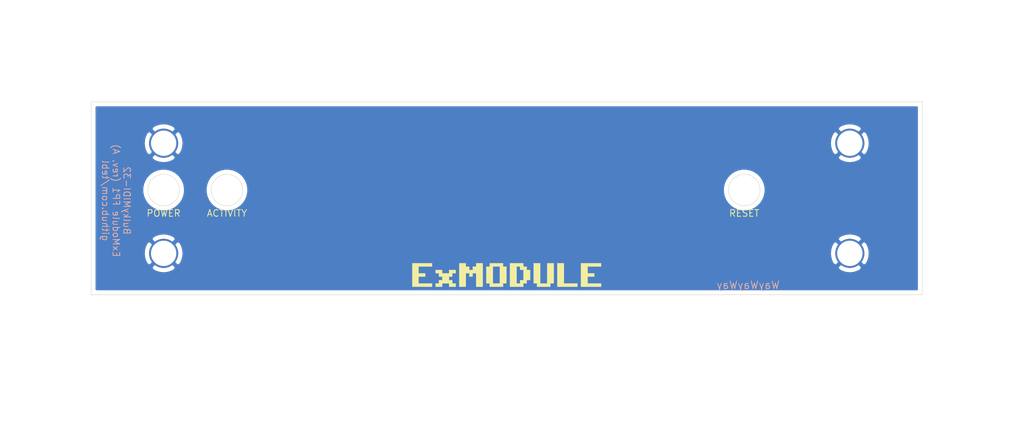
<source format=kicad_pcb>
(kicad_pcb (version 20171130) (host pcbnew "(5.1.8)-1")

  (general
    (thickness 1.6)
    (drawings 13)
    (tracks 0)
    (zones 0)
    (modules 5)
    (nets 2)
  )

  (page A4)
  (layers
    (0 F.Cu signal)
    (31 B.Cu signal)
    (32 B.Adhes user)
    (33 F.Adhes user)
    (34 B.Paste user)
    (35 F.Paste user)
    (36 B.SilkS user)
    (37 F.SilkS user)
    (38 B.Mask user)
    (39 F.Mask user)
    (40 Dwgs.User user)
    (41 Cmts.User user)
    (42 Eco1.User user)
    (43 Eco2.User user)
    (44 Edge.Cuts user)
    (45 Margin user)
    (46 B.CrtYd user)
    (47 F.CrtYd user)
    (48 B.Fab user hide)
    (49 F.Fab user)
  )

  (setup
    (last_trace_width 0.25)
    (trace_clearance 0.2)
    (zone_clearance 0.508)
    (zone_45_only no)
    (trace_min 0.2)
    (via_size 0.8)
    (via_drill 0.4)
    (via_min_size 0.4)
    (via_min_drill 0.3)
    (uvia_size 0.3)
    (uvia_drill 0.1)
    (uvias_allowed no)
    (uvia_min_size 0.2)
    (uvia_min_drill 0.1)
    (edge_width 0.05)
    (segment_width 0.2)
    (pcb_text_width 0.3)
    (pcb_text_size 1.5 1.5)
    (mod_edge_width 0.12)
    (mod_text_size 1 1)
    (mod_text_width 0.15)
    (pad_size 1.524 1.524)
    (pad_drill 0.762)
    (pad_to_mask_clearance 0)
    (aux_axis_origin 0 0)
    (grid_origin 141.09 121.579)
    (visible_elements 7FFFFFFF)
    (pcbplotparams
      (layerselection 0x011fc_ffffffff)
      (usegerberextensions true)
      (usegerberattributes false)
      (usegerberadvancedattributes false)
      (creategerberjobfile false)
      (excludeedgelayer true)
      (linewidth 0.100000)
      (plotframeref false)
      (viasonmask false)
      (mode 1)
      (useauxorigin false)
      (hpglpennumber 1)
      (hpglpenspeed 20)
      (hpglpendiameter 15.000000)
      (psnegative false)
      (psa4output false)
      (plotreference true)
      (plotvalue true)
      (plotinvisibletext false)
      (padsonsilk false)
      (subtractmaskfromsilk false)
      (outputformat 1)
      (mirror false)
      (drillshape 0)
      (scaleselection 1)
      (outputdirectory "export/"))
  )

  (net 0 "")
  (net 1 GND)

  (net_class Default "This is the default net class."
    (clearance 0.2)
    (trace_width 0.25)
    (via_dia 0.8)
    (via_drill 0.4)
    (uvia_dia 0.3)
    (uvia_drill 0.1)
  )

  (net_class PWR ""
    (clearance 0.2)
    (trace_width 0.381)
    (via_dia 0.8)
    (via_drill 0.4)
    (uvia_dia 0.3)
    (uvia_drill 0.1)
    (add_net GND)
  )

  (module artwork:ExModule locked (layer F.Cu) (tedit 0) (tstamp 6611DF97)
    (at 141.09 131.8025)
    (fp_text reference G*** (at 0 0) (layer F.SilkS) hide
      (effects (font (size 1.524 1.524) (thickness 0.3)))
    )
    (fp_text value LOGO (at 0.75 0) (layer F.SilkS) hide
      (effects (font (size 1.524 1.524) (thickness 0.3)))
    )
    (fp_poly (pts (xy 11.365165 -1.017017) (xy 9.737938 -1.017017) (xy 9.737938 -0.203403) (xy 10.551551 -0.203403)
      (xy 10.551551 0.203404) (xy 9.737938 0.203404) (xy 9.737938 1.017017) (xy 11.365165 1.017017)
      (xy 11.365165 1.423824) (xy 8.924324 1.423824) (xy 8.924324 -1.423823) (xy 11.365165 -1.423823)
      (xy 11.365165 -1.017017)) (layer F.SilkS) (width 0.01))
    (fp_poly (pts (xy 6.89029 1.017017) (xy 8.517517 1.017017) (xy 8.517517 1.423824) (xy 6.076676 1.423824)
      (xy 6.076676 -1.423823) (xy 6.89029 -1.423823) (xy 6.89029 1.017017)) (layer F.SilkS) (width 0.01))
    (fp_poly (pts (xy 4.042642 1.017017) (xy 4.856256 1.017017) (xy 4.856256 -1.423823) (xy 5.66987 -1.423823)
      (xy 5.66987 1.017017) (xy 5.263063 1.017017) (xy 5.263063 1.423824) (xy 3.635836 1.423824)
      (xy 3.635836 1.017017) (xy 3.229029 1.017017) (xy 3.229029 -1.423823) (xy 4.042642 -1.423823)
      (xy 4.042642 1.017017)) (layer F.SilkS) (width 0.01))
    (fp_poly (pts (xy 2.008608 -1.017017) (xy 2.415415 -1.017017) (xy 2.415415 -0.61021) (xy 2.822222 -0.61021)
      (xy 2.822222 0.610211) (xy 2.415415 0.610211) (xy 2.415415 1.017017) (xy 2.008608 1.017017)
      (xy 2.008608 1.423824) (xy 0.381381 1.423824) (xy 0.381381 -1.017017) (xy 1.194995 -1.017017)
      (xy 1.194995 1.017017) (xy 1.601801 1.017017) (xy 1.601801 0.610211) (xy 2.008608 0.610211)
      (xy 2.008608 -0.61021) (xy 1.601801 -0.61021) (xy 1.601801 -1.017017) (xy 1.194995 -1.017017)
      (xy 0.381381 -1.017017) (xy 0.381381 -1.423823) (xy 2.008608 -1.423823) (xy 2.008608 -1.017017)) (layer F.SilkS) (width 0.01))
    (fp_poly (pts (xy -0.432233 -1.017017) (xy -0.025426 -1.017017) (xy -0.025426 1.017017) (xy -0.432233 1.017017)
      (xy -0.432233 1.423824) (xy -2.05946 1.423824) (xy -2.05946 1.017017) (xy -2.466267 1.017017)
      (xy -2.466267 -1.017017) (xy -2.05946 -1.017017) (xy -1.652653 -1.017017) (xy -1.652653 1.017017)
      (xy -0.839039 1.017017) (xy -0.839039 -1.017017) (xy -1.652653 -1.017017) (xy -2.05946 -1.017017)
      (xy -2.05946 -1.423823) (xy -0.432233 -1.423823) (xy -0.432233 -1.017017)) (layer F.SilkS) (width 0.01))
    (fp_poly (pts (xy -4.907107 -1.017017) (xy -4.500301 -1.017017) (xy -4.500301 -0.61021) (xy -4.093494 -0.61021)
      (xy -4.093494 -1.017017) (xy -3.686687 -1.017017) (xy -3.686687 -1.423823) (xy -2.873073 -1.423823)
      (xy -2.873073 1.423824) (xy -3.686687 1.423824) (xy -3.686687 -0.203403) (xy -4.093494 -0.203403)
      (xy -4.093494 0.203404) (xy -4.500301 0.203404) (xy -4.500301 -0.203403) (xy -4.907107 -0.203403)
      (xy -4.907107 1.423824) (xy -5.720721 1.423824) (xy -5.720721 -1.423823) (xy -4.907107 -1.423823)
      (xy -4.907107 -1.017017)) (layer F.SilkS) (width 0.01))
    (fp_poly (pts (xy -7.754755 -0.203403) (xy -6.941141 -0.203403) (xy -6.941141 -0.61021) (xy -6.127528 -0.61021)
      (xy -6.127528 -0.203403) (xy -6.534335 -0.203403) (xy -6.534335 0.203404) (xy -6.941141 0.203404)
      (xy -6.941141 0.610211) (xy -6.534335 0.610211) (xy -6.534335 1.017017) (xy -6.127528 1.017017)
      (xy -6.127528 1.423824) (xy -6.941141 1.423824) (xy -6.941141 1.017017) (xy -7.754755 1.017017)
      (xy -7.754755 1.423824) (xy -8.568369 1.423824) (xy -8.568369 1.017017) (xy -8.161562 1.017017)
      (xy -8.161562 0.610211) (xy -7.754755 0.610211) (xy -7.754755 0.203404) (xy -8.161562 0.203404)
      (xy -8.161562 -0.203403) (xy -8.568369 -0.203403) (xy -8.568369 -0.61021) (xy -7.754755 -0.61021)
      (xy -7.754755 -0.203403)) (layer F.SilkS) (width 0.01))
    (fp_poly (pts (xy -8.975176 -1.017017) (xy -10.602403 -1.017017) (xy -10.602403 -0.203403) (xy -9.788789 -0.203403)
      (xy -9.788789 0.203404) (xy -10.602403 0.203404) (xy -10.602403 1.017017) (xy -8.975176 1.017017)
      (xy -8.975176 1.423824) (xy -11.365165 1.423824) (xy -11.365165 -1.423823) (xy -8.975176 -1.423823)
      (xy -8.975176 -1.017017)) (layer F.SilkS) (width 0.01))
  )

  (module mounting:M3_pin (layer F.Cu) (tedit 5F76331A) (tstamp 6282A424)
    (at 99.815 129.199)
    (descr "module 1 pin (ou trou mecanique de percage)")
    (tags DEV)
    (path /6282631C)
    (fp_text reference M1 (at 3.048 0) (layer F.Fab) hide
      (effects (font (size 1 1) (thickness 0.15)))
    )
    (fp_text value Mounting_Pin (at 0 3) (layer F.Fab) hide
      (effects (font (size 1 1) (thickness 0.15)))
    )
    (fp_circle (center 0 0) (end 2 0.8) (layer F.Fab) (width 0.1))
    (fp_circle (center 0 0) (end 2.6 0) (layer F.CrtYd) (width 0.05))
    (pad 1 thru_hole circle (at 0 0) (size 3.5 3.5) (drill 3.048) (layers *.Cu *.Mask)
      (net 1 GND) (solder_mask_margin 0.8))
  )

  (module mounting:M3_pin (layer F.Cu) (tedit 5F76331A) (tstamp 6282A42B)
    (at 182.365 129.199)
    (descr "module 1 pin (ou trou mecanique de percage)")
    (tags DEV)
    (path /62826824)
    (fp_text reference M2 (at 0 -3.048) (layer F.Fab) hide
      (effects (font (size 1 1) (thickness 0.15)))
    )
    (fp_text value Mounting_Pin (at 0 3) (layer F.Fab) hide
      (effects (font (size 1 1) (thickness 0.15)))
    )
    (fp_circle (center 0 0) (end 2.6 0) (layer F.CrtYd) (width 0.05))
    (fp_circle (center 0 0) (end 2 0.8) (layer F.Fab) (width 0.1))
    (pad 1 thru_hole circle (at 0 0) (size 3.5 3.5) (drill 3.048) (layers *.Cu *.Mask)
      (net 1 GND) (solder_mask_margin 0.8))
  )

  (module mounting:M3_pin (layer F.Cu) (tedit 5F76331A) (tstamp 6282A432)
    (at 182.365 115.949)
    (descr "module 1 pin (ou trou mecanique de percage)")
    (tags DEV)
    (path /62826D8F)
    (fp_text reference M3 (at 0 -3.048) (layer F.Fab) hide
      (effects (font (size 1 1) (thickness 0.15)))
    )
    (fp_text value Mounting_Pin (at 0 3) (layer F.Fab) hide
      (effects (font (size 1 1) (thickness 0.15)))
    )
    (fp_circle (center 0 0) (end 2 0.8) (layer F.Fab) (width 0.1))
    (fp_circle (center 0 0) (end 2.6 0) (layer F.CrtYd) (width 0.05))
    (pad 1 thru_hole circle (at 0 0) (size 3.5 3.5) (drill 3.048) (layers *.Cu *.Mask)
      (net 1 GND) (solder_mask_margin 0.8))
  )

  (module mounting:M3_pin (layer F.Cu) (tedit 5F76331A) (tstamp 6282A439)
    (at 99.815 115.949)
    (descr "module 1 pin (ou trou mecanique de percage)")
    (tags DEV)
    (path /62827110)
    (fp_text reference M4 (at 0 -3.048) (layer F.Fab) hide
      (effects (font (size 1 1) (thickness 0.15)))
    )
    (fp_text value Mounting_Pin (at 0 3) (layer F.Fab) hide
      (effects (font (size 1 1) (thickness 0.15)))
    )
    (fp_circle (center 0 0) (end 2.6 0) (layer F.CrtYd) (width 0.05))
    (fp_circle (center 0 0) (end 2 0.8) (layer F.Fab) (width 0.1))
    (pad 1 thru_hole circle (at 0 0) (size 3.5 3.5) (drill 3.048) (layers *.Cu *.Mask)
      (net 1 GND) (solder_mask_margin 0.8))
  )

  (gr_text JLCJLCJLCJLC (at 112.985 133.009) (layer F.Fab) (tstamp 6611E788)
    (effects (font (size 0.9 0.9) (thickness 0.1)) (justify mirror))
  )
  (gr_text WayWayWay (at 170.135 133.009) (layer B.SilkS) (tstamp 6611E767)
    (effects (font (size 0.9 0.9) (thickness 0.1)) (justify mirror))
  )
  (gr_text RESET (at 169.665 124.373) (layer F.SilkS) (tstamp 6611DE59)
    (effects (font (size 0.8 0.8) (thickness 0.1)))
  )
  (gr_circle (center 169.665 121.579) (end 171.565 121.579) (layer Edge.Cuts) (width 0.05) (tstamp 629228F6))
  (gr_text "BulkyMIDI-32\nExModule FP1 (rev. A)\ngithub.com/tebl" (at 94.1 122.849 270) (layer B.SilkS) (tstamp 6286D3C9)
    (effects (font (size 0.8 0.8) (thickness 0.1)) (justify mirror))
  )
  (gr_text ACTIVITY (at 107.435 124.373) (layer F.SilkS) (tstamp 62922779)
    (effects (font (size 0.8 0.8) (thickness 0.1)))
  )
  (gr_circle (center 107.435 121.579) (end 109.335 121.579) (layer Edge.Cuts) (width 0.05) (tstamp 62922778))
  (gr_text POWER (at 99.815 124.373) (layer F.SilkS) (tstamp 62922779)
    (effects (font (size 0.8 0.8) (thickness 0.1)))
  )
  (gr_circle (center 99.815 121.579) (end 101.715 121.579) (layer Edge.Cuts) (width 0.05) (tstamp 62922778))
  (gr_line (start 191.09 110.974) (end 91.09 110.974) (layer Edge.Cuts) (width 0.05) (tstamp 6282E722))
  (gr_line (start 91.09 134.174) (end 191.09 134.174) (layer Edge.Cuts) (width 0.05) (tstamp 620DB217))
  (gr_line (start 91.09 110.974) (end 91.09 134.174) (layer Edge.Cuts) (width 0.05))
  (gr_line (start 191.09 134.174) (end 191.09 110.974) (layer Edge.Cuts) (width 0.05))

  (zone (net 1) (net_name GND) (layer B.Cu) (tstamp 0) (hatch edge 0.508)
    (connect_pads (clearance 0.508))
    (min_thickness 0.254)
    (fill yes (arc_segments 32) (thermal_gap 0.508) (thermal_bridge_width 0.508))
    (polygon
      (pts
        (xy 203.32 151.424) (xy 80.13 151.424) (xy 80.13 98.719) (xy 203.32 98.719)
      )
    )
    (filled_polygon
      (pts
        (xy 190.43 133.514) (xy 91.75 133.514) (xy 91.75 130.868609) (xy 98.324997 130.868609) (xy 98.511073 131.209766)
        (xy 98.928409 131.425513) (xy 99.379815 131.555696) (xy 99.847946 131.595313) (xy 100.314811 131.542842) (xy 100.762468 131.400297)
        (xy 101.118927 131.209766) (xy 101.305003 130.868609) (xy 180.874997 130.868609) (xy 181.061073 131.209766) (xy 181.478409 131.425513)
        (xy 181.929815 131.555696) (xy 182.397946 131.595313) (xy 182.864811 131.542842) (xy 183.312468 131.400297) (xy 183.668927 131.209766)
        (xy 183.855003 130.868609) (xy 182.365 129.378605) (xy 180.874997 130.868609) (xy 101.305003 130.868609) (xy 99.815 129.378605)
        (xy 98.324997 130.868609) (xy 91.75 130.868609) (xy 91.75 129.231946) (xy 97.418687 129.231946) (xy 97.471158 129.698811)
        (xy 97.613703 130.146468) (xy 97.804234 130.502927) (xy 98.145391 130.689003) (xy 99.635395 129.199) (xy 99.994605 129.199)
        (xy 101.484609 130.689003) (xy 101.825766 130.502927) (xy 102.041513 130.085591) (xy 102.171696 129.634185) (xy 102.205736 129.231946)
        (xy 179.968687 129.231946) (xy 180.021158 129.698811) (xy 180.163703 130.146468) (xy 180.354234 130.502927) (xy 180.695391 130.689003)
        (xy 182.185395 129.199) (xy 182.544605 129.199) (xy 184.034609 130.689003) (xy 184.375766 130.502927) (xy 184.591513 130.085591)
        (xy 184.721696 129.634185) (xy 184.761313 129.166054) (xy 184.708842 128.699189) (xy 184.566297 128.251532) (xy 184.375766 127.895073)
        (xy 184.034609 127.708997) (xy 182.544605 129.199) (xy 182.185395 129.199) (xy 180.695391 127.708997) (xy 180.354234 127.895073)
        (xy 180.138487 128.312409) (xy 180.008304 128.763815) (xy 179.968687 129.231946) (xy 102.205736 129.231946) (xy 102.211313 129.166054)
        (xy 102.158842 128.699189) (xy 102.016297 128.251532) (xy 101.825766 127.895073) (xy 101.484609 127.708997) (xy 99.994605 129.199)
        (xy 99.635395 129.199) (xy 98.145391 127.708997) (xy 97.804234 127.895073) (xy 97.588487 128.312409) (xy 97.458304 128.763815)
        (xy 97.418687 129.231946) (xy 91.75 129.231946) (xy 91.75 127.529391) (xy 98.324997 127.529391) (xy 99.815 129.019395)
        (xy 101.305003 127.529391) (xy 180.874997 127.529391) (xy 182.365 129.019395) (xy 183.855003 127.529391) (xy 183.668927 127.188234)
        (xy 183.251591 126.972487) (xy 182.800185 126.842304) (xy 182.332054 126.802687) (xy 181.865189 126.855158) (xy 181.417532 126.997703)
        (xy 181.061073 127.188234) (xy 180.874997 127.529391) (xy 101.305003 127.529391) (xy 101.118927 127.188234) (xy 100.701591 126.972487)
        (xy 100.250185 126.842304) (xy 99.782054 126.802687) (xy 99.315189 126.855158) (xy 98.867532 126.997703) (xy 98.511073 127.188234)
        (xy 98.324997 127.529391) (xy 91.75 127.529391) (xy 91.75 121.326116) (xy 97.247423 121.326116) (xy 97.247423 121.831884)
        (xy 97.346094 122.327934) (xy 97.539643 122.795204) (xy 97.820633 123.215735) (xy 98.178265 123.573367) (xy 98.598796 123.854357)
        (xy 99.066066 124.047906) (xy 99.562116 124.146577) (xy 100.067884 124.146577) (xy 100.563934 124.047906) (xy 101.031204 123.854357)
        (xy 101.451735 123.573367) (xy 101.809367 123.215735) (xy 102.090357 122.795204) (xy 102.283906 122.327934) (xy 102.382577 121.831884)
        (xy 102.382577 121.326116) (xy 104.867423 121.326116) (xy 104.867423 121.831884) (xy 104.966094 122.327934) (xy 105.159643 122.795204)
        (xy 105.440633 123.215735) (xy 105.798265 123.573367) (xy 106.218796 123.854357) (xy 106.686066 124.047906) (xy 107.182116 124.146577)
        (xy 107.687884 124.146577) (xy 108.183934 124.047906) (xy 108.651204 123.854357) (xy 109.071735 123.573367) (xy 109.429367 123.215735)
        (xy 109.710357 122.795204) (xy 109.903906 122.327934) (xy 110.002577 121.831884) (xy 110.002577 121.326116) (xy 167.097423 121.326116)
        (xy 167.097423 121.831884) (xy 167.196094 122.327934) (xy 167.389643 122.795204) (xy 167.670633 123.215735) (xy 168.028265 123.573367)
        (xy 168.448796 123.854357) (xy 168.916066 124.047906) (xy 169.412116 124.146577) (xy 169.917884 124.146577) (xy 170.413934 124.047906)
        (xy 170.881204 123.854357) (xy 171.301735 123.573367) (xy 171.659367 123.215735) (xy 171.940357 122.795204) (xy 172.133906 122.327934)
        (xy 172.232577 121.831884) (xy 172.232577 121.326116) (xy 172.133906 120.830066) (xy 171.940357 120.362796) (xy 171.659367 119.942265)
        (xy 171.301735 119.584633) (xy 170.881204 119.303643) (xy 170.413934 119.110094) (xy 169.917884 119.011423) (xy 169.412116 119.011423)
        (xy 168.916066 119.110094) (xy 168.448796 119.303643) (xy 168.028265 119.584633) (xy 167.670633 119.942265) (xy 167.389643 120.362796)
        (xy 167.196094 120.830066) (xy 167.097423 121.326116) (xy 110.002577 121.326116) (xy 109.903906 120.830066) (xy 109.710357 120.362796)
        (xy 109.429367 119.942265) (xy 109.071735 119.584633) (xy 108.651204 119.303643) (xy 108.183934 119.110094) (xy 107.687884 119.011423)
        (xy 107.182116 119.011423) (xy 106.686066 119.110094) (xy 106.218796 119.303643) (xy 105.798265 119.584633) (xy 105.440633 119.942265)
        (xy 105.159643 120.362796) (xy 104.966094 120.830066) (xy 104.867423 121.326116) (xy 102.382577 121.326116) (xy 102.283906 120.830066)
        (xy 102.090357 120.362796) (xy 101.809367 119.942265) (xy 101.451735 119.584633) (xy 101.031204 119.303643) (xy 100.563934 119.110094)
        (xy 100.067884 119.011423) (xy 99.562116 119.011423) (xy 99.066066 119.110094) (xy 98.598796 119.303643) (xy 98.178265 119.584633)
        (xy 97.820633 119.942265) (xy 97.539643 120.362796) (xy 97.346094 120.830066) (xy 97.247423 121.326116) (xy 91.75 121.326116)
        (xy 91.75 117.618609) (xy 98.324997 117.618609) (xy 98.511073 117.959766) (xy 98.928409 118.175513) (xy 99.379815 118.305696)
        (xy 99.847946 118.345313) (xy 100.314811 118.292842) (xy 100.762468 118.150297) (xy 101.118927 117.959766) (xy 101.305003 117.618609)
        (xy 180.874997 117.618609) (xy 181.061073 117.959766) (xy 181.478409 118.175513) (xy 181.929815 118.305696) (xy 182.397946 118.345313)
        (xy 182.864811 118.292842) (xy 183.312468 118.150297) (xy 183.668927 117.959766) (xy 183.855003 117.618609) (xy 182.365 116.128605)
        (xy 180.874997 117.618609) (xy 101.305003 117.618609) (xy 99.815 116.128605) (xy 98.324997 117.618609) (xy 91.75 117.618609)
        (xy 91.75 115.981946) (xy 97.418687 115.981946) (xy 97.471158 116.448811) (xy 97.613703 116.896468) (xy 97.804234 117.252927)
        (xy 98.145391 117.439003) (xy 99.635395 115.949) (xy 99.994605 115.949) (xy 101.484609 117.439003) (xy 101.825766 117.252927)
        (xy 102.041513 116.835591) (xy 102.171696 116.384185) (xy 102.205736 115.981946) (xy 179.968687 115.981946) (xy 180.021158 116.448811)
        (xy 180.163703 116.896468) (xy 180.354234 117.252927) (xy 180.695391 117.439003) (xy 182.185395 115.949) (xy 182.544605 115.949)
        (xy 184.034609 117.439003) (xy 184.375766 117.252927) (xy 184.591513 116.835591) (xy 184.721696 116.384185) (xy 184.761313 115.916054)
        (xy 184.708842 115.449189) (xy 184.566297 115.001532) (xy 184.375766 114.645073) (xy 184.034609 114.458997) (xy 182.544605 115.949)
        (xy 182.185395 115.949) (xy 180.695391 114.458997) (xy 180.354234 114.645073) (xy 180.138487 115.062409) (xy 180.008304 115.513815)
        (xy 179.968687 115.981946) (xy 102.205736 115.981946) (xy 102.211313 115.916054) (xy 102.158842 115.449189) (xy 102.016297 115.001532)
        (xy 101.825766 114.645073) (xy 101.484609 114.458997) (xy 99.994605 115.949) (xy 99.635395 115.949) (xy 98.145391 114.458997)
        (xy 97.804234 114.645073) (xy 97.588487 115.062409) (xy 97.458304 115.513815) (xy 97.418687 115.981946) (xy 91.75 115.981946)
        (xy 91.75 114.279391) (xy 98.324997 114.279391) (xy 99.815 115.769395) (xy 101.305003 114.279391) (xy 180.874997 114.279391)
        (xy 182.365 115.769395) (xy 183.855003 114.279391) (xy 183.668927 113.938234) (xy 183.251591 113.722487) (xy 182.800185 113.592304)
        (xy 182.332054 113.552687) (xy 181.865189 113.605158) (xy 181.417532 113.747703) (xy 181.061073 113.938234) (xy 180.874997 114.279391)
        (xy 101.305003 114.279391) (xy 101.118927 113.938234) (xy 100.701591 113.722487) (xy 100.250185 113.592304) (xy 99.782054 113.552687)
        (xy 99.315189 113.605158) (xy 98.867532 113.747703) (xy 98.511073 113.938234) (xy 98.324997 114.279391) (xy 91.75 114.279391)
        (xy 91.75 111.634) (xy 190.430001 111.634)
      )
    )
  )
)

</source>
